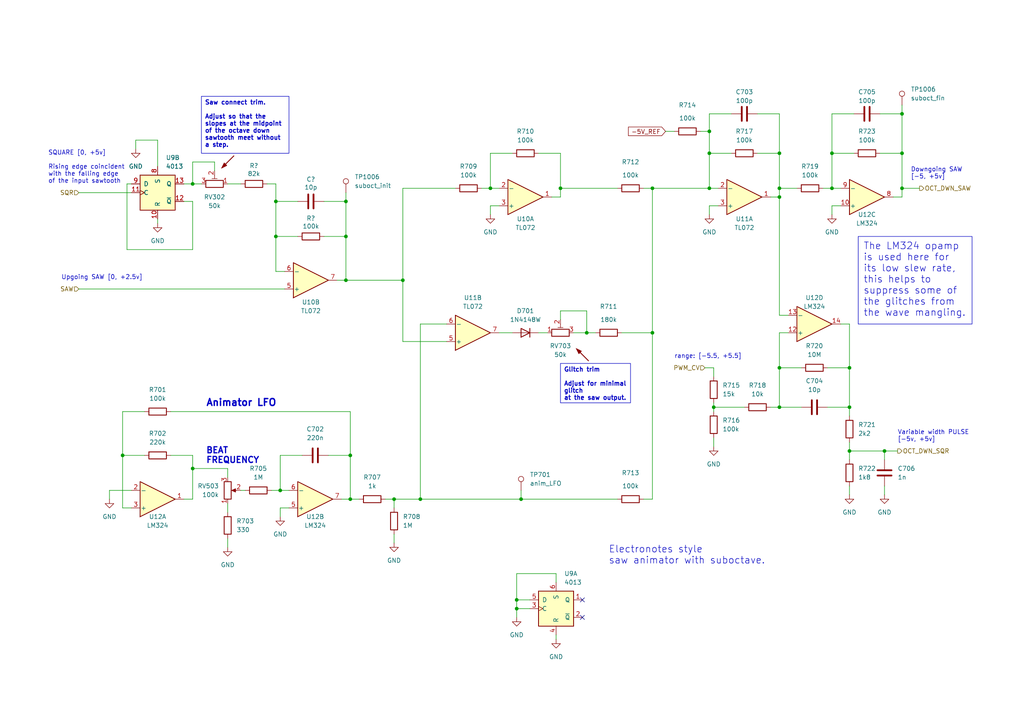
<source format=kicad_sch>
(kicad_sch (version 20230121) (generator eeschema)
  (paper "A4")
  (title_block (title "MICRO-OX Main VCO board") (date "2023-04-12") (rev "0") (comment 2 "creativecommons.org/licenses/by/4.0") (comment 3 "license: CC by 4.0") (comment 4 "Author: Jordan Aceto"))
  (lib_symbols
    (symbol "4xxx:4013" (pin_names (offset 1.016))
      (property "Reference" "U" (at -7.62 8.89 0))
      (property "Value" "4013" (at -7.62 -8.89 0))
      (symbol "4013_1_1"
        (rectangle (start -5.08 5.08) (end 5.08 -5.08) (stroke (width 0.254)) (fill (type background)))
        (pin output line (at 7.62 2.54 180) (length 2.54) (name "Q") (number "1"))
        (pin output line (at 7.62 -2.54 180) (length 2.54) (name "~{Q}") (number "2"))
        (pin input clock (at -7.62 0 0) (length 2.54) (name "C") (number "3"))
        (pin input line (at 0 -7.62 90) (length 2.54) (name "R") (number "4"))
        (pin input line (at -7.62 2.54 0) (length 2.54) (name "D") (number "5"))
        (pin input line (at 0 7.62 270) (length 2.54) (name "S") (number "6"))
      )
      (symbol "4013_2_1"
        (rectangle (start -5.08 5.08) (end 5.08 -5.08) (stroke (width 0.254)) (fill (type background)))
        (pin input line (at 0 -7.62 90) (length 2.54) (name "R") (number "10"))
        (pin input clock (at -7.62 0 0) (length 2.54) (name "C") (number "11"))
        (pin output line (at 7.62 -2.54 180) (length 2.54) (name "~{Q}") (number "12"))
        (pin output line (at 7.62 2.54 180) (length 2.54) (name "Q") (number "13"))
        (pin input line (at 0 7.62 270) (length 2.54) (name "S") (number "8"))
        (pin input line (at -7.62 2.54 0) (length 2.54) (name "D") (number "9"))
      )
      (symbol "4013_3_0"
        (pin power_in line (at 0 10.16 270) (length 2.54) (name "VDD") (number "14"))
        (pin power_in line (at 0 -10.16 90) (length 2.54) (name "VSS") (number "7"))
      )
      (symbol "4013_3_1"
        (rectangle (start -5.08 7.62) (end 5.08 -7.62) (stroke (width 0.254)) (fill (type background)))
      )
    )
    (symbol "Amplifier_Operational:LM324" (pin_names (offset 0.127))
      (property "Reference" "U" (at 0 5.08 0))
      (property "Value" "LM324" (at 0 -5.08 0))
      (symbol "LM324_1_1"
        (polyline (pts (xy -5.08 5.08) (xy 5.08 0) (xy -5.08 -5.08) (xy -5.08 5.08)) (stroke (width 0.254)) (fill (type background)))
        (pin output line (at 7.62 0 180) (length 2.54) (name "~") (number "1"))
        (pin input line (at -7.62 -2.54 0) (length 2.54) (name "-") (number "2"))
        (pin input line (at -7.62 2.54 0) (length 2.54) (name "+") (number "3"))
      )
      (symbol "LM324_2_1"
        (polyline (pts (xy -5.08 5.08) (xy 5.08 0) (xy -5.08 -5.08) (xy -5.08 5.08)) (stroke (width 0.254)) (fill (type background)))
        (pin input line (at -7.62 2.54 0) (length 2.54) (name "+") (number "5"))
        (pin input line (at -7.62 -2.54 0) (length 2.54) (name "-") (number "6"))
        (pin output line (at 7.62 0 180) (length 2.54) (name "~") (number "7"))
      )
      (symbol "LM324_3_1"
        (polyline (pts (xy -5.08 5.08) (xy 5.08 0) (xy -5.08 -5.08) (xy -5.08 5.08)) (stroke (width 0.254)) (fill (type background)))
        (pin input line (at -7.62 2.54 0) (length 2.54) (name "+") (number "10"))
        (pin output line (at 7.62 0 180) (length 2.54) (name "~") (number "8"))
        (pin input line (at -7.62 -2.54 0) (length 2.54) (name "-") (number "9"))
      )
      (symbol "LM324_4_1"
        (polyline (pts (xy -5.08 5.08) (xy 5.08 0) (xy -5.08 -5.08) (xy -5.08 5.08)) (stroke (width 0.254)) (fill (type background)))
        (pin input line (at -7.62 2.54 0) (length 2.54) (name "+") (number "12"))
        (pin input line (at -7.62 -2.54 0) (length 2.54) (name "-") (number "13"))
        (pin output line (at 7.62 0 180) (length 2.54) (name "~") (number "14"))
      )
      (symbol "LM324_5_1"
        (pin power_in line (at -2.54 -7.62 90) (length 3.81) (name "V-") (number "11"))
        (pin power_in line (at -2.54 7.62 270) (length 3.81) (name "V+") (number "4"))
      )
    )
    (symbol "Amplifier_Operational:TL072" (pin_names (offset 0.127))
      (property "Reference" "U" (at 0 5.08 0))
      (property "Value" "TL072" (at 0 -5.08 0))
      (symbol "TL072_1_1"
        (polyline (pts (xy -5.08 5.08) (xy 5.08 0) (xy -5.08 -5.08) (xy -5.08 5.08)) (stroke (width 0.254)) (fill (type background)))
        (pin output line (at 7.62 0 180) (length 2.54) (name "~") (number "1"))
        (pin input line (at -7.62 -2.54 0) (length 2.54) (name "-") (number "2"))
        (pin input line (at -7.62 2.54 0) (length 2.54) (name "+") (number "3"))
      )
      (symbol "TL072_2_1"
        (polyline (pts (xy -5.08 5.08) (xy 5.08 0) (xy -5.08 -5.08) (xy -5.08 5.08)) (stroke (width 0.254)) (fill (type background)))
        (pin input line (at -7.62 2.54 0) (length 2.54) (name "+") (number "5"))
        (pin input line (at -7.62 -2.54 0) (length 2.54) (name "-") (number "6"))
        (pin output line (at 7.62 0 180) (length 2.54) (name "~") (number "7"))
      )
      (symbol "TL072_3_1"
        (pin power_in line (at -2.54 -7.62 90) (length 3.81) (name "V-") (number "4"))
        (pin power_in line (at -2.54 7.62 270) (length 3.81) (name "V+") (number "8"))
      )
    )
    (symbol "Connector:TestPoint" (pin_numbers hide) (pin_names (offset 0.762) hide)
      (property "Reference" "TP" (at 0 6.858 0))
      (property "Value" "TestPoint" (at 0 5.08 0))
      (symbol "TestPoint_0_1"
        (circle (center 0 3.302) (radius 0.762))
      )
      (symbol "TestPoint_1_1"
        (pin passive line (at 0 0 90) (length 2.54) (name "1") (number "1"))
      )
    )
    (symbol "Device:C" (pin_numbers hide) (pin_names (offset 0.254))
      (property "Reference" "C" (at 0.635 2.54 0))
      (property "Value" "C" (at 0.635 -2.54 0))
      (symbol "C_0_1"
        (polyline (pts (xy -2.032 -0.762) (xy 2.032 -0.762)) (stroke (width 0.508)))
        (polyline (pts (xy -2.032 0.762) (xy 2.032 0.762)) (stroke (width 0.508)))
      )
      (symbol "C_1_1"
        (pin passive line (at 0 3.81 270) (length 2.794) (name "~") (number "1"))
        (pin passive line (at 0 -3.81 90) (length 2.794) (name "~") (number "2"))
      )
    )
    (symbol "Device:R" (pin_numbers hide) (pin_names (offset 0))
      (property "Reference" "R" (at 2.032 0 90))
      (property "Value" "R" (at 0 0 90))
      (symbol "R_0_1"
        (rectangle (start -1.016 -2.54) (end 1.016 2.54) (stroke (width 0.254)))
      )
      (symbol "R_1_1"
        (pin passive line (at 0 3.81 270) (length 1.27) (name "~") (number "1"))
        (pin passive line (at 0 -3.81 90) (length 1.27) (name "~") (number "2"))
      )
    )
    (symbol "Device:R_Potentiometer" (pin_names (offset 1.016) hide)
      (property "Reference" "RV" (at -4.445 0 90))
      (property "Value" "R_Potentiometer" (at -2.54 0 90))
      (symbol "R_Potentiometer_0_1"
        (polyline (pts (xy 2.54 0) (xy 1.524 0)))
        (polyline (pts (xy 1.143 0) (xy 2.286 0.508) (xy 2.286 -0.508) (xy 1.143 0)) (fill (type outline)))
        (rectangle (start 1.016 2.54) (end -1.016 -2.54) (stroke (width 0.254)))
      )
      (symbol "R_Potentiometer_1_1"
        (pin passive line (at 0 3.81 270) (length 1.27) (name "1") (number "1"))
        (pin passive line (at 3.81 0 180) (length 1.27) (name "2") (number "2"))
        (pin passive line (at 0 -3.81 90) (length 1.27) (name "3") (number "3"))
      )
    )
    (symbol "Device:R_Potentiometer_Trim" (pin_names (offset 1.016) hide)
      (property "Reference" "RV" (at -4.445 0 90))
      (property "Value" "R_Potentiometer_Trim" (at -2.54 0 90))
      (symbol "R_Potentiometer_Trim_0_1"
        (polyline (pts (xy 1.524 0.762) (xy 1.524 -0.762)))
        (polyline (pts (xy 2.54 0) (xy 1.524 0)))
        (rectangle (start 1.016 2.54) (end -1.016 -2.54) (stroke (width 0.254)))
      )
      (symbol "R_Potentiometer_Trim_1_1"
        (pin passive line (at 0 3.81 270) (length 1.27) (name "1") (number "1"))
        (pin passive line (at 3.81 0 180) (length 1.27) (name "2") (number "2"))
        (pin passive line (at 0 -3.81 90) (length 1.27) (name "3") (number "3"))
      )
    )
    (symbol "Diode:1N4148W" (pin_numbers hide) (pin_names hide)
      (property "Reference" "D" (at 0 2.54 0))
      (property "Value" "1N4148W" (at 0 -2.54 0))
      (symbol "1N4148W_0_1"
        (polyline (pts (xy -1.27 1.27) (xy -1.27 -1.27)) (stroke (width 0.254)))
        (polyline (pts (xy 1.27 0) (xy -1.27 0)))
        (polyline (pts (xy 1.27 1.27) (xy 1.27 -1.27) (xy -1.27 0) (xy 1.27 1.27)) (stroke (width 0.254)))
      )
      (symbol "1N4148W_1_1"
        (pin passive line (at -3.81 0 0) (length 2.54) (name "K") (number "1"))
        (pin passive line (at 3.81 0 180) (length 2.54) (name "A") (number "2"))
      )
    )
    (symbol "Graphic:SYM_Arrow45_Normal" (in_bom no) (on_board no)
      (symbol "SYM_Arrow45_Normal_0_1"
        (polyline (pts (xy 1.524 -1.524) (xy -1.778 1.778)) (stroke (width 0.254)))
        (polyline (pts (xy 1.778 -1.778) (xy 0.254 -1.016) (xy 1.016 -0.254) (xy 1.778 -1.778)) (fill (type outline)))
      )
    )
    (symbol "power:GND" (power) (pin_names (offset 0))
      (property "Value" "GND" (at 0 -3.81 0))
      (symbol "GND_0_1"
        (polyline (pts (xy 0 0) (xy 0 -1.27) (xy 1.27 -1.27) (xy 0 -2.54) (xy -1.27 -1.27) (xy 0 -1.27)))
      )
      (symbol "GND_1_1"
        (pin power_in line (at 0 0 270) (length 0) hide (name "GND") (number "1"))
      )
    )
  )
  (junction (at 116.84 81.28))
  (junction (at 205.74 38.1))
  (junction (at 205.74 54.61))
  (junction (at 261.62 44.45))
  (junction (at 80.01 58.42))
  (junction (at 101.6 132.08))
  (junction (at 189.23 96.52))
  (junction (at 226.06 106.68))
  (junction (at 100.33 68.58))
  (junction (at 149.86 176.53))
  (junction (at 226.06 57.15))
  (junction (at 246.38 106.68))
  (junction (at 256.54 130.81))
  (junction (at 149.86 173.99))
  (junction (at 189.23 54.61))
  (junction (at 246.38 118.11))
  (junction (at 246.38 130.81))
  (junction (at 170.18 96.52))
  (junction (at 35.56 132.08))
  (junction (at 114.3 144.78))
  (junction (at 81.28 142.24))
  (junction (at 151.13 144.78))
  (junction (at 100.33 58.42))
  (junction (at 261.62 33.02))
  (junction (at 226.06 54.61))
  (junction (at 55.88 135.89))
  (junction (at 121.92 144.78))
  (junction (at 142.24 54.61))
  (junction (at 207.01 118.11))
  (junction (at 162.56 54.61))
  (junction (at 205.74 44.45))
  (junction (at 55.88 53.34))
  (junction (at 100.33 81.28))
  (junction (at 241.3 44.45))
  (junction (at 261.62 54.61))
  (junction (at 80.01 68.58))
  (junction (at 241.3 54.61))
  (junction (at 101.6 144.78))
  (junction (at 226.06 118.11))
  (junction (at 226.06 44.45))
  (no_connect (at 168.91 173.99))
  (no_connect (at 168.91 179.07))
  (wire (pts (xy 219.71 44.45) (xy 226.06 44.45)))
  (wire (pts (xy 256.54 130.81) (xy 256.54 133.35)))
  (wire (pts (xy 151.13 144.78) (xy 179.07 144.78)))
  (wire (pts (xy 161.29 166.37) (xy 149.86 166.37)))
  (wire (pts (xy 170.18 96.52) (xy 170.18 90.17)))
  (wire (pts (xy 116.84 99.06) (xy 129.54 99.06)))
  (wire (pts (xy 151.13 142.24) (xy 151.13 144.78)))
  (wire (pts (xy 223.52 57.15) (xy 226.06 57.15)))
  (wire (pts (xy 41.91 132.08) (xy 35.56 132.08)))
  (wire (pts (xy 246.38 93.98) (xy 246.38 106.68)))
  (wire (pts (xy 226.06 91.44) (xy 228.6 91.44)))
  (wire (pts (xy 101.6 132.08) (xy 101.6 119.38)))
  (wire (pts (xy 149.86 176.53) (xy 153.67 176.53)))
  (wire (pts (xy 55.88 132.08) (xy 49.53 132.08)))
  (wire (pts (xy 86.36 68.58) (xy 80.01 68.58)))
  (wire (pts (xy 55.88 58.42) (xy 53.34 58.42)))
  (wire (pts (xy 193.04 38.1) (xy 195.58 38.1)))
  (wire (pts (xy 189.23 54.61) (xy 205.74 54.61)))
  (wire (pts (xy 62.23 49.53) (xy 62.23 46.99)))
  (wire (pts (xy 231.14 54.61) (xy 226.06 54.61)))
  (wire (pts (xy 142.24 54.61) (xy 144.78 54.61)))
  (wire (pts (xy 162.56 54.61) (xy 162.56 57.15)))
  (wire (pts (xy 226.06 57.15) (xy 226.06 91.44)))
  (wire (pts (xy 226.06 106.68) (xy 232.41 106.68)))
  (wire (pts (xy 114.3 147.32) (xy 114.3 144.78)))
  (wire (pts (xy 101.6 132.08) (xy 101.6 144.78)))
  (wire (pts (xy 162.56 44.45) (xy 162.56 54.61)))
  (wire (pts (xy 55.88 72.39) (xy 55.88 58.42)))
  (wire (pts (xy 241.3 44.45) (xy 247.65 44.45)))
  (wire (pts (xy 101.6 132.08) (xy 95.25 132.08)))
  (wire (pts (xy 49.53 119.38) (xy 101.6 119.38)))
  (wire (pts (xy 189.23 144.78) (xy 189.23 96.52)))
  (wire (pts (xy 101.6 144.78) (xy 104.14 144.78)))
  (wire (pts (xy 261.62 44.45) (xy 255.27 44.45)))
  (wire (pts (xy 35.56 119.38) (xy 35.56 132.08)))
  (wire (pts (xy 161.29 185.42) (xy 161.29 184.15)))
  (wire (pts (xy 114.3 144.78) (xy 111.76 144.78)))
  (wire (pts (xy 241.3 54.61) (xy 243.84 54.61)))
  (wire (pts (xy 36.83 72.39) (xy 55.88 72.39)))
  (wire (pts (xy 38.1 53.34) (xy 36.83 53.34)))
  (wire (pts (xy 66.04 148.59) (xy 66.04 146.05)))
  (wire (pts (xy 205.74 54.61) (xy 205.74 44.45)))
  (wire (pts (xy 66.04 135.89) (xy 55.88 135.89)))
  (wire (pts (xy 116.84 54.61) (xy 132.08 54.61)))
  (wire (pts (xy 66.04 156.21) (xy 66.04 158.75)))
  (wire (pts (xy 205.74 38.1) (xy 205.74 44.45)))
  (wire (pts (xy 261.62 30.48) (xy 261.62 33.02)))
  (wire (pts (xy 55.88 132.08) (xy 55.88 135.89)))
  (wire (pts (xy 100.33 55.88) (xy 100.33 58.42)))
  (wire (pts (xy 170.18 90.17) (xy 162.56 90.17)))
  (wire (pts (xy 207.01 118.11) (xy 207.01 119.38)))
  (wire (pts (xy 170.18 96.52) (xy 172.72 96.52)))
  (wire (pts (xy 238.76 54.61) (xy 241.3 54.61)))
  (wire (pts (xy 80.01 68.58) (xy 80.01 78.74)))
  (wire (pts (xy 261.62 54.61) (xy 261.62 57.15)))
  (wire (pts (xy 161.29 168.91) (xy 161.29 166.37)))
  (wire (pts (xy 205.74 54.61) (xy 208.28 54.61)))
  (wire (pts (xy 241.3 54.61) (xy 241.3 44.45)))
  (wire (pts (xy 226.06 44.45) (xy 226.06 54.61)))
  (wire (pts (xy 207.01 127) (xy 207.01 129.54)))
  (wire (pts (xy 116.84 54.61) (xy 116.84 81.28)))
  (wire (pts (xy 232.41 118.11) (xy 226.06 118.11)))
  (wire (pts (xy 149.86 176.53) (xy 149.86 173.99)))
  (wire (pts (xy 246.38 118.11) (xy 240.03 118.11)))
  (wire (pts (xy 100.33 81.28) (xy 116.84 81.28)))
  (wire (pts (xy 55.88 53.34) (xy 58.42 53.34)))
  (wire (pts (xy 186.69 144.78) (xy 189.23 144.78)))
  (wire (pts (xy 207.01 118.11) (xy 215.9 118.11)))
  (wire (pts (xy 69.85 142.24) (xy 71.12 142.24)))
  (wire (pts (xy 212.09 33.02) (xy 205.74 33.02)))
  (wire (pts (xy 99.06 144.78) (xy 101.6 144.78)))
  (wire (pts (xy 180.34 96.52) (xy 189.23 96.52)))
  (wire (pts (xy 114.3 144.78) (xy 121.92 144.78)))
  (wire (pts (xy 149.86 173.99) (xy 153.67 173.99)))
  (wire (pts (xy 240.03 106.68) (xy 246.38 106.68)))
  (wire (pts (xy 156.21 96.52) (xy 158.75 96.52)))
  (wire (pts (xy 22.86 83.82) (xy 82.55 83.82)))
  (wire (pts (xy 261.62 54.61) (xy 266.7 54.61)))
  (wire (pts (xy 93.98 68.58) (xy 100.33 68.58)))
  (wire (pts (xy 219.71 33.02) (xy 226.06 33.02)))
  (wire (pts (xy 255.27 33.02) (xy 261.62 33.02)))
  (wire (pts (xy 162.56 44.45) (xy 156.21 44.45)))
  (wire (pts (xy 261.62 44.45) (xy 261.62 54.61)))
  (wire (pts (xy 100.33 68.58) (xy 100.33 58.42)))
  (wire (pts (xy 139.7 54.61) (xy 142.24 54.61)))
  (wire (pts (xy 243.84 93.98) (xy 246.38 93.98)))
  (wire (pts (xy 35.56 132.08) (xy 35.56 147.32)))
  (wire (pts (xy 223.52 118.11) (xy 226.06 118.11)))
  (wire (pts (xy 226.06 54.61) (xy 226.06 57.15)))
  (wire (pts (xy 226.06 118.11) (xy 226.06 106.68)))
  (wire (pts (xy 189.23 54.61) (xy 189.23 96.52)))
  (wire (pts (xy 66.04 53.34) (xy 69.85 53.34)))
  (wire (pts (xy 149.86 176.53) (xy 149.86 179.07)))
  (wire (pts (xy 62.23 46.99) (xy 55.88 46.99)))
  (wire (pts (xy 241.3 59.69) (xy 243.84 59.69)))
  (wire (pts (xy 81.28 132.08) (xy 87.63 132.08)))
  (wire (pts (xy 162.56 54.61) (xy 179.07 54.61)))
  (wire (pts (xy 80.01 58.42) (xy 86.36 58.42)))
  (wire (pts (xy 82.55 78.74) (xy 80.01 78.74)))
  (wire (pts (xy 39.37 43.18) (xy 39.37 40.64)))
  (wire (pts (xy 81.28 142.24) (xy 81.28 132.08)))
  (wire (pts (xy 22.86 55.88) (xy 38.1 55.88)))
  (wire (pts (xy 45.72 64.77) (xy 45.72 63.5)))
  (wire (pts (xy 53.34 144.78) (xy 55.88 144.78)))
  (wire (pts (xy 256.54 130.81) (xy 260.35 130.81)))
  (wire (pts (xy 144.78 96.52) (xy 148.59 96.52)))
  (wire (pts (xy 80.01 53.34) (xy 80.01 58.42)))
  (wire (pts (xy 166.37 96.52) (xy 170.18 96.52)))
  (wire (pts (xy 246.38 106.68) (xy 246.38 118.11)))
  (wire (pts (xy 246.38 130.81) (xy 256.54 130.81)))
  (wire (pts (xy 186.69 54.61) (xy 189.23 54.61)))
  (wire (pts (xy 246.38 118.11) (xy 246.38 120.65)))
  (wire (pts (xy 55.88 135.89) (xy 55.88 144.78)))
  (wire (pts (xy 247.65 33.02) (xy 241.3 33.02)))
  (wire (pts (xy 81.28 142.24) (xy 83.82 142.24)))
  (wire (pts (xy 53.34 53.34) (xy 55.88 53.34)))
  (wire (pts (xy 100.33 58.42) (xy 93.98 58.42)))
  (wire (pts (xy 205.74 44.45) (xy 212.09 44.45)))
  (wire (pts (xy 205.74 59.69) (xy 208.28 59.69)))
  (wire (pts (xy 241.3 33.02) (xy 241.3 44.45)))
  (wire (pts (xy 142.24 44.45) (xy 148.59 44.45)))
  (wire (pts (xy 31.75 142.24) (xy 38.1 142.24)))
  (wire (pts (xy 45.72 40.64) (xy 45.72 48.26)))
  (wire (pts (xy 207.01 106.68) (xy 207.01 109.22)))
  (wire (pts (xy 226.06 96.52) (xy 228.6 96.52)))
  (wire (pts (xy 66.04 138.43) (xy 66.04 135.89)))
  (wire (pts (xy 78.74 142.24) (xy 81.28 142.24)))
  (wire (pts (xy 121.92 144.78) (xy 151.13 144.78)))
  (wire (pts (xy 100.33 68.58) (xy 100.33 81.28)))
  (wire (pts (xy 205.74 62.23) (xy 205.74 59.69)))
  (wire (pts (xy 261.62 33.02) (xy 261.62 44.45)))
  (wire (pts (xy 142.24 54.61) (xy 142.24 44.45)))
  (wire (pts (xy 203.2 38.1) (xy 205.74 38.1)))
  (wire (pts (xy 142.24 62.23) (xy 142.24 59.69)))
  (wire (pts (xy 207.01 116.84) (xy 207.01 118.11)))
  (wire (pts (xy 116.84 81.28) (xy 116.84 99.06)))
  (wire (pts (xy 226.06 33.02) (xy 226.06 44.45)))
  (wire (pts (xy 41.91 119.38) (xy 35.56 119.38)))
  (wire (pts (xy 121.92 93.98) (xy 121.92 144.78)))
  (wire (pts (xy 256.54 140.97) (xy 256.54 143.51)))
  (wire (pts (xy 35.56 147.32) (xy 38.1 147.32)))
  (wire (pts (xy 36.83 53.34) (xy 36.83 72.39)))
  (wire (pts (xy 160.02 57.15) (xy 162.56 57.15)))
  (wire (pts (xy 205.74 33.02) (xy 205.74 38.1)))
  (wire (pts (xy 80.01 58.42) (xy 80.01 68.58)))
  (wire (pts (xy 129.54 93.98) (xy 121.92 93.98)))
  (wire (pts (xy 246.38 140.97) (xy 246.38 143.51)))
  (wire (pts (xy 81.28 147.32) (xy 83.82 147.32)))
  (wire (pts (xy 162.56 90.17) (xy 162.56 92.71)))
  (wire (pts (xy 241.3 62.23) (xy 241.3 59.69)))
  (wire (pts (xy 81.28 149.86) (xy 81.28 147.32)))
  (wire (pts (xy 259.08 57.15) (xy 261.62 57.15)))
  (wire (pts (xy 77.47 53.34) (xy 80.01 53.34)))
  (wire (pts (xy 39.37 40.64) (xy 45.72 40.64)))
  (wire (pts (xy 97.79 81.28) (xy 100.33 81.28)))
  (wire (pts (xy 114.3 154.94) (xy 114.3 157.48)))
  (wire (pts (xy 226.06 96.52) (xy 226.06 106.68)))
  (wire (pts (xy 204.47 106.68) (xy 207.01 106.68)))
  (wire (pts (xy 246.38 128.27) (xy 246.38 130.81)))
  (wire (pts (xy 55.88 46.99) (xy 55.88 53.34)))
  (wire (pts (xy 31.75 144.78) (xy 31.75 142.24)))
  (wire (pts (xy 149.86 166.37) (xy 149.86 173.99)))
  (wire (pts (xy 142.24 59.69) (xy 144.78 59.69)))
  (wire (pts (xy 246.38 133.35) (xy 246.38 130.81)))
  (text_box "Saw connect trim.\n\nAdjust so that the slopes at the midpoint of the octave down sawtooth meet without a step." (at 58.42 27.94 0) (size 25.4 16.51) (effects (font (size 1.27 1.27) (thickness 0.254) bold) (justify left top)))
  (text_box "Glitch trim\n\nAdjust for minimal glitch\nat the saw output." (at 162.56 105.41 0) (size 20.32 11.43) (effects (font (size 1.27 1.27) bold) (justify left top)))
  (text_box "The LM324 opamp is used here for its low slew rate, this helps to suppress some of the glitches from the wave mangling." (at 248.92 68.58 0) (size 33.02 25.4) (effects (font (size 2 2)) (justify left top)))
  (text "Variable width PULSE\n[-5v, +5v]" (at 260.35 128.27 0) (effects (font (size 1.27 1.27)) (justify left bottom)))
  (text "Animator LFO" (at 59.69 118.11 0) (effects (font (size 2 2) (thickness 0.4) bold) (justify left bottom)))
  (text "range: [-5.5, +5.5]" (at 195.58 104.14 0) (effects (font (size 1.27 1.27)) (justify left bottom)))
  (text "BEAT\nFREQUENCY" (at 59.69 134.62 0) (effects (font (size 1.75 1.75) (thickness 0.35) bold) (justify left bottom)))
  (text "Upgoing SAW [0, +2.5v]" (at 17.78 81.28 0) (effects (font (size 1.27 1.27)) (justify left bottom)))
  (text "Electronotes style\nsaw animator with suboctave." (at 176.53 163.83 0) (effects (font (size 2 2)) (justify left bottom)))
  (text "Downgoing SAW\n[-5, +5v]" (at 264.16 52.07 0) (effects (font (size 1.27 1.27)) (justify left bottom)))
  (text "SQUARE [0, +5v]\n\nRising edge coincident\nwith the falling edge\nof the input sawtooth" (at 13.97 53.34 0) (effects (font (size 1.27 1.27)) (justify left bottom)))
  (global_label "-5V_REF" (shape input) (at 193.04 38.1 180) (property "Intersheetrefs" "${INTERSHEET_REFS}" (effects hide)))
  (hierarchical_label "OCT_DWN_SAW" (shape output) (at 266.7 54.61 0))
  (hierarchical_label "OCT_DWN_SQR" (shape output) (at 260.35 130.81 0))
  (hierarchical_label "PWM_CV" (shape input) (at 204.47 106.68 180))
  (hierarchical_label "SAW" (shape input) (at 22.86 83.82 180))
  (hierarchical_label "SQR" (shape input) (at 22.86 55.88 180))
  (symbol (lib_id "Device:R") (at 182.88 144.78 270) (mirror x) (unit 1)
    (property "Reference" "R713" (at 182.88 137.16 90))
    (property "Value" "100k" (at 182.88 140.97 90))
    (property "Footprint" "Resistor_SMD:R_0603_1608Metric" (effects hide))
  )
  (symbol (lib_id "Device:R") (at 107.95 144.78 90) (unit 1)
    (property "Reference" "R707" (at 107.95 138.43 90))
    (property "Value" "1k" (at 107.95 140.97 90))
    (property "Footprint" "Resistor_SMD:R_0603_1608Metric" (effects hide))
  )
  (symbol (lib_id "Amplifier_Operational:LM324") (at 251.46 57.15 0) (mirror x) (unit 3)
    (property "Reference" "U12" (at 251.46 62.23 0))
    (property "Value" "LM324" (at 251.46 64.77 0))
    (property "Footprint" "Package_SO:SOIC-14_3.9x8.7mm_P1.27mm" (effects hide))
    (property "Datasheet" "http://www.ti.com/lit/ds/symlink/lm2902-n.pdf" (effects hide))
  )
  (symbol (lib_id "Device:R") (at 73.66 53.34 270) (unit 1)
    (property "Reference" "R?" (at 73.66 48.0822 90))
    (property "Value" "82k" (at 73.66 50.3936 90))
    (property "Footprint" "Resistor_SMD:R_0603_1608Metric" (effects hide))
    (instances (project "main_VCO_board" (path "" (reference "R?") (unit 1)) (path "" (reference "R?") (unit 1)) (path "" (reference "R704") (unit 1))))
  )
  (symbol (lib_id "4xxx:4013") (at 161.29 176.53 0) (unit 1)
    (property "Reference" "U9" (at 163.6635 166.37 0) (effects (justify left)))
    (property "Value" "4013" (at 163.6635 168.91 0) (effects (justify left)))
    (property "Footprint" "Package_SO:SOIC-14_3.9x8.7mm_P1.27mm" (effects hide))
    (property "Datasheet" "http://www.onsemi.com/pub/Collateral/MC14013B-D.PDF" (effects hide))
  )
  (symbol (lib_id "Amplifier_Operational:TL072") (at 152.4 57.15 0) (mirror x) (unit 1)
    (property "Reference" "U10" (at 152.4 63.5 0))
    (property "Value" "TL072" (at 152.4 66.04 0))
    (property "Footprint" "Package_SO:SOIC-8_3.9x4.9mm_P1.27mm" (effects hide))
    (property "Datasheet" "http://www.ti.com/lit/ds/symlink/tl071.pdf" (effects hide))
  )
  (symbol (lib_id "Device:R") (at 199.39 38.1 90) (unit 1)
    (property "Reference" "R714" (at 199.39 30.48 90))
    (property "Value" "100k" (at 199.39 34.29 90))
    (property "Footprint" "Resistor_SMD:R_0603_1608Metric" (effects hide))
  )
  (symbol (lib_id "Device:R") (at 176.53 96.52 90) (unit 1)
    (property "Reference" "R711" (at 176.53 88.9 90))
    (property "Value" "180k" (at 176.53 92.71 90))
    (property "Footprint" "Resistor_SMD:R_0603_1608Metric" (effects hide))
  )
  (symbol (lib_id "Connector:TestPoint") (at 261.62 30.48 0) (unit 1) (in_bom no)
    (property "Reference" "TP1006" (at 264.16 25.908 0) (effects (justify left)))
    (property "Value" "suboct_fin" (at 264.16 28.448 0) (effects (justify left)))
    (property "Footprint" "TestPoint:TestPoint_Keystone_5000-5004_Miniature" (effects hide))
    (instances (project "main_VCO_board" (path "" (reference "TP1006") (unit 1)) (path "" (reference "TP703") (unit 1))))
  )
  (symbol (lib_id "power:GND") (at 31.75 144.78 0) (unit 1)
    (property "Reference" "#PWR0701" (effects hide))
    (property "Value" "GND" (at 31.75 149.86 0))
  )
  (symbol (lib_id "Device:R") (at 45.72 132.08 90) (unit 1)
    (property "Reference" "R702" (at 45.72 125.73 90))
    (property "Value" "220k" (at 45.72 128.27 90))
    (property "Footprint" "Resistor_SMD:R_0603_1608Metric" (effects hide))
  )
  (symbol (lib_id "Amplifier_Operational:LM324") (at 236.22 93.98 0) (mirror x) (unit 4)
    (property "Reference" "U12" (at 236.22 86.36 0))
    (property "Value" "LM324" (at 236.22 88.9 0))
    (property "Footprint" "Package_SO:SOIC-14_3.9x8.7mm_P1.27mm" (effects hide))
    (property "Datasheet" "http://www.ti.com/lit/ds/symlink/lm2902-n.pdf" (effects hide))
  )
  (symbol (lib_id "Device:R") (at 236.22 106.68 90) (mirror x) (unit 1)
    (property "Reference" "R720" (at 236.22 100.33 90))
    (property "Value" "10M" (at 236.22 102.87 90))
    (property "Footprint" "Resistor_SMD:R_0603_1608Metric" (effects hide))
  )
  (symbol (lib_id "Amplifier_Operational:TL072") (at 137.16 96.52 0) (mirror x) (unit 2)
    (property "Reference" "U11" (at 137.16 86.36 0))
    (property "Value" "TL072" (at 137.16 88.9 0))
    (property "Footprint" "Package_SO:SOIC-8_3.9x4.9mm_P1.27mm" (effects hide))
    (property "Datasheet" "http://www.ti.com/lit/ds/symlink/tl071.pdf" (effects hide))
  )
  (symbol (lib_id "Device:R") (at 207.01 113.03 180) (unit 1)
    (property "Reference" "R715" (at 209.55 111.76 0) (effects (justify right)))
    (property "Value" "15k" (at 209.55 114.3 0) (effects (justify right)))
    (property "Footprint" "Resistor_SMD:R_0603_1608Metric" (effects hide))
  )
  (symbol (lib_id "Device:R") (at 246.38 124.46 180) (unit 1)
    (property "Reference" "R721" (at 248.92 123.19 0) (effects (justify right)))
    (property "Value" "2k2" (at 248.92 125.73 0) (effects (justify right)))
    (property "Footprint" "Resistor_SMD:R_0603_1608Metric" (effects hide))
  )
  (symbol (lib_id "power:GND") (at 149.86 179.07 0) (unit 1)
    (property "Reference" "#PWR0708" (effects hide))
    (property "Value" "GND" (at 149.86 184.15 0))
  )
  (symbol (lib_id "Device:C") (at 236.22 118.11 90) (mirror x) (unit 1)
    (property "Reference" "C704" (at 236.22 110.49 90))
    (property "Value" "10p" (at 236.22 113.03 90))
    (property "Footprint" "Capacitor_SMD:C_0603_1608Metric" (effects hide))
  )
  (symbol (lib_id "Graphic:SYM_Arrow45_Normal") (at 168.91 102.87 180) (unit 1) (in_bom no) (on_board no)
    (property "Reference" "#SYM702" (effects hide))
    (property "Value" "SYM_Arrow45_Normal" (effects hide))
    (property "Sim.Enable" "0" (effects hide))
  )
  (symbol (lib_id "Device:R") (at 90.17 68.58 270) (unit 1)
    (property "Reference" "R?" (at 90.17 63.3222 90))
    (property "Value" "100k" (at 90.17 65.6336 90))
    (property "Footprint" "Resistor_SMD:R_0603_1608Metric" (effects hide))
    (instances (project "main_VCO_board" (path "" (reference "R?") (unit 1)) (path "" (reference "R?") (unit 1)) (path "" (reference "R706") (unit 1))))
  )
  (symbol (lib_id "Device:R_Potentiometer_Trim") (at 62.23 53.34 270) (mirror x) (unit 1)
    (property "Reference" "RV302" (at 62.23 57.15 90))
    (property "Value" "50k" (at 62.23 59.69 90))
    (property "Footprint" "Potentiometer_THT:Potentiometer_Bourns_3296W_Vertical" (effects hide))
    (instances (project "main_VCO_board" (path "" (reference "RV302") (unit 1)) (path "" (reference "RV?") (unit 1)) (path "" (reference "RV701") (unit 1))))
  )
  (symbol (lib_id "power:GND") (at 142.24 62.23 0) (unit 1)
    (property "Reference" "#PWR0707" (effects hide))
    (property "Value" "GND" (at 142.24 67.31 0))
  )
  (symbol (lib_id "Device:C") (at 91.44 132.08 90) (unit 1)
    (property "Reference" "C702" (at 91.44 124.46 90))
    (property "Value" "220n" (at 91.44 127 90))
    (property "Footprint" "Capacitor_THT:C_Rect_L7.0mm_W2.5mm_P5.00mm" (effects hide))
  )
  (symbol (lib_id "Device:R") (at 182.88 54.61 90) (unit 1)
    (property "Reference" "R712" (at 182.88 46.99 90))
    (property "Value" "100k" (at 182.88 50.8 90))
    (property "Footprint" "Resistor_SMD:R_0603_1608Metric" (effects hide))
  )
  (symbol (lib_id "Device:R") (at 74.93 142.24 90) (unit 1)
    (property "Reference" "R705" (at 74.93 135.89 90))
    (property "Value" "1M" (at 74.93 138.43 90))
    (property "Footprint" "Resistor_SMD:R_0603_1608Metric" (effects hide))
  )
  (symbol (lib_id "Amplifier_Operational:TL072") (at 215.9 57.15 0) (mirror x) (unit 1)
    (property "Reference" "U11" (at 215.9 63.5 0))
    (property "Value" "TL072" (at 215.9 66.04 0))
    (property "Footprint" "Package_SO:SOIC-8_3.9x4.9mm_P1.27mm" (effects hide))
    (property "Datasheet" "http://www.ti.com/lit/ds/symlink/tl071.pdf" (effects hide))
  )
  (symbol (lib_id "Device:C") (at 215.9 33.02 270) (unit 1)
    (property "Reference" "C703" (at 215.9 26.67 90))
    (property "Value" "100p" (at 215.9 29.21 90))
    (property "Footprint" "Capacitor_SMD:C_0603_1608Metric" (effects hide))
  )
  (symbol (lib_id "Device:R") (at 246.38 137.16 180) (unit 1)
    (property "Reference" "R722" (at 248.92 135.89 0) (effects (justify right)))
    (property "Value" "1k8" (at 248.92 138.43 0) (effects (justify right)))
    (property "Footprint" "Resistor_SMD:R_0603_1608Metric" (effects hide))
  )
  (symbol (lib_id "Device:R") (at 45.72 119.38 90) (unit 1)
    (property "Reference" "R701" (at 45.72 113.03 90))
    (property "Value" "100k" (at 45.72 115.57 90))
    (property "Footprint" "Resistor_SMD:R_0603_1608Metric" (effects hide))
  )
  (symbol (lib_id "Device:C") (at 256.54 137.16 180) (unit 1)
    (property "Reference" "C706" (at 260.35 135.89 0) (effects (justify right)))
    (property "Value" "1n" (at 260.35 138.43 0) (effects (justify right)))
    (property "Footprint" "Capacitor_SMD:C_0603_1608Metric" (effects hide))
  )
  (symbol (lib_id "power:GND") (at 207.01 129.54 0) (unit 1)
    (property "Reference" "#PWR0711" (effects hide))
    (property "Value" "GND" (at 207.01 134.62 0))
  )
  (symbol (lib_id "Device:R") (at 234.95 54.61 90) (unit 1)
    (property "Reference" "R719" (at 234.95 48.26 90))
    (property "Value" "100k" (at 234.95 50.8 90))
    (property "Footprint" "Resistor_SMD:R_0603_1608Metric" (effects hide))
  )
  (symbol (lib_id "Amplifier_Operational:LM324") (at 45.72 144.78 0) (mirror x) (unit 1)
    (property "Reference" "U12" (at 45.72 149.86 0))
    (property "Value" "LM324" (at 45.72 152.4 0))
    (property "Footprint" "Package_SO:SOIC-14_3.9x8.7mm_P1.27mm" (effects hide))
    (property "Datasheet" "http://www.ti.com/lit/ds/symlink/lm2902-n.pdf" (effects hide))
  )
  (symbol (lib_id "power:GND") (at 256.54 143.51 0) (unit 1)
    (property "Reference" "#PWR0714" (effects hide))
    (property "Value" "GND" (at 256.54 148.59 0))
  )
  (symbol (lib_id "Device:C") (at 251.46 33.02 270) (unit 1)
    (property "Reference" "C705" (at 251.46 26.67 90))
    (property "Value" "100p" (at 251.46 29.21 90))
    (property "Footprint" "Capacitor_SMD:C_0603_1608Metric" (effects hide))
  )
  (symbol (lib_id "Device:R") (at 152.4 44.45 90) (unit 1)
    (property "Reference" "R710" (at 152.4 38.1 90))
    (property "Value" "100k" (at 152.4 40.64 90))
    (property "Footprint" "Resistor_SMD:R_0603_1608Metric" (effects hide))
  )
  (symbol (lib_id "Device:R") (at 219.71 118.11 90) (unit 1)
    (property "Reference" "R718" (at 219.71 111.76 90))
    (property "Value" "10k" (at 219.71 114.3 90))
    (property "Footprint" "Resistor_SMD:R_0603_1608Metric" (effects hide))
  )
  (symbol (lib_id "Graphic:SYM_Arrow45_Normal") (at 66.04 46.99 270) (unit 1) (in_bom no) (on_board no)
    (property "Reference" "#SYM701" (effects hide))
    (property "Value" "SYM_Arrow45_Normal" (effects hide))
    (property "Sim.Enable" "0" (effects hide))
  )
  (symbol (lib_id "power:GND") (at 39.37 43.18 0) (unit 1)
    (property "Reference" "#PWR0702" (effects hide))
    (property "Value" "GND" (at 39.37 48.26 0))
  )
  (symbol (lib_id "Device:R") (at 66.04 152.4 0) (unit 1)
    (property "Reference" "R703" (at 68.58 151.13 0) (effects (justify left)))
    (property "Value" "330" (at 68.58 153.67 0) (effects (justify left)))
    (property "Footprint" "Resistor_SMD:R_0603_1608Metric" (effects hide))
  )
  (symbol (lib_id "4xxx:4013") (at 45.72 55.88 0) (unit 2)
    (property "Reference" "U9" (at 48.0935 45.72 0) (effects (justify left)))
    (property "Value" "4013" (at 48.0935 48.26 0) (effects (justify left)))
    (property "Footprint" "Package_SO:SOIC-14_3.9x8.7mm_P1.27mm" (effects hide))
    (property "Datasheet" "http://www.onsemi.com/pub/Collateral/MC14013B-D.PDF" (effects hide))
  )
  (symbol (lib_id "Device:R") (at 215.9 44.45 90) (unit 1)
    (property "Reference" "R717" (at 215.9 38.1 90))
    (property "Value" "100k" (at 215.9 40.64 90))
    (property "Footprint" "Resistor_SMD:R_0603_1608Metric" (effects hide))
  )
  (symbol (lib_id "power:GND") (at 114.3 157.48 0) (unit 1)
    (property "Reference" "#PWR0706" (effects hide))
    (property "Value" "GND" (at 114.3 162.56 0))
  )
  (symbol (lib_id "power:GND") (at 66.04 158.75 0) (unit 1)
    (property "Reference" "#PWR0704" (effects hide))
    (property "Value" "GND" (at 66.04 163.83 0))
  )
  (symbol (lib_id "Diode:1N4148W") (at 152.4 96.52 180) (unit 1)
    (property "Reference" "D701" (at 152.4 90.17 0))
    (property "Value" "1N4148W" (at 152.4 92.71 0))
    (property "Footprint" "Diode_SMD:D_SOD-123" (effects hide))
    (property "Datasheet" "https://www.vishay.com/docs/85748/1n4148w.pdf" (effects hide))
    (property "Sim.Device" "D" (effects hide))
    (property "Sim.Pins" "1=K 2=A" (effects hide))
  )
  (symbol (lib_id "Device:R") (at 207.01 123.19 0) (unit 1)
    (property "Reference" "R716" (at 209.55 121.92 0) (effects (justify left)))
    (property "Value" "100k" (at 209.55 124.46 0) (effects (justify left)))
    (property "Footprint" "Resistor_SMD:R_0603_1608Metric" (effects hide))
  )
  (symbol (lib_id "power:GND") (at 241.3 62.23 0) (unit 1)
    (property "Reference" "#PWR0712" (effects hide))
    (property "Value" "GND" (at 241.3 67.31 0))
  )
  (symbol (lib_id "power:GND") (at 161.29 185.42 0) (unit 1)
    (property "Reference" "#PWR0709" (effects hide))
    (property "Value" "GND" (at 161.29 190.5 0))
  )
  (symbol (lib_id "Device:R_Potentiometer") (at 66.04 142.24 0) (mirror x) (unit 1)
    (property "Reference" "RV503" (at 63.5 140.97 0) (effects (justify right)))
    (property "Value" "100k" (at 63.5 143.51 0) (effects (justify right)))
    (property "Footprint" "Potentiometer_THT:Potentiometer_Alpha_RD901F-40-00D_Single_Vertical" (effects hide))
    (instances (project "main_VCO_board" (path "" (reference "RV503") (unit 1)) (path "" (reference "RV?") (unit 1)) (path "" (reference "RV?") (unit 1)) (path "" (reference "RV?") (unit 1)) (path "" (reference "RV?") (unit 1)) (path "" (reference "RV12") (unit 1))))
  )
  (symbol (lib_id "Connector:TestPoint") (at 100.33 55.88 0) (unit 1) (in_bom no)
    (property "Reference" "TP1006" (at 102.87 51.308 0) (effects (justify left)))
    (property "Value" "suboct_init" (at 102.87 53.848 0) (effects (justify left)))
    (property "Footprint" "TestPoint:TestPoint_Keystone_5000-5004_Miniature" (effects hide))
    (instances (project "main_VCO_board" (path "" (reference "TP1006") (unit 1)) (path "" (reference "TP702") (unit 1))))
  )
  (symbol (lib_id "power:GND") (at 45.72 64.77 0) (unit 1)
    (property "Reference" "#PWR0703" (effects hide))
    (property "Value" "GND" (at 45.72 69.85 0))
  )
  (symbol (lib_id "power:GND") (at 246.38 143.51 0) (unit 1)
    (property "Reference" "#PWR0713" (effects hide))
    (property "Value" "GND" (at 246.38 148.59 0))
  )
  (symbol (lib_id "Amplifier_Operational:LM324") (at 91.44 144.78 0) (mirror x) (unit 2)
    (property "Reference" "U12" (at 91.44 149.86 0))
    (property "Value" "LM324" (at 91.44 152.4 0))
    (property "Footprint" "Package_SO:SOIC-14_3.9x8.7mm_P1.27mm" (effects hide))
    (property "Datasheet" "http://www.ti.com/lit/ds/symlink/lm2902-n.pdf" (effects hide))
  )
  (symbol (lib_id "Amplifier_Operational:TL072") (at 90.17 81.28 0) (mirror x) (unit 2)
    (property "Reference" "U10" (at 90.17 87.63 0))
    (property "Value" "TL072" (at 90.17 90.17 0))
    (property "Footprint" "Package_SO:SOIC-8_3.9x4.9mm_P1.27mm" (effects hide))
    (property "Datasheet" "http://www.ti.com/lit/ds/symlink/tl071.pdf" (effects hide))
  )
  (symbol (lib_id "Device:R_Potentiometer_Trim") (at 162.56 96.52 90) (unit 1)
    (property "Reference" "RV703" (at 162.56 100.33 90))
    (property "Value" "50k" (at 162.56 102.87 90))
    (property "Footprint" "Potentiometer_THT:Potentiometer_Bourns_3296W_Vertical" (effects hide))
  )
  (symbol (lib_id "Connector:TestPoint") (at 151.13 142.24 0) (unit 1) (in_bom no)
    (property "Reference" "TP701" (at 153.67 137.6679 0) (effects (justify left)))
    (property "Value" "anim_LFO" (at 153.67 140.2079 0) (effects (justify left)))
    (property "Footprint" "TestPoint:TestPoint_Keystone_5000-5004_Miniature" (effects hide))
  )
  (symbol (lib_id "Device:C") (at 90.17 58.42 270) (unit 1)
    (property "Reference" "C?" (at 90.17 52.0192 90))
    (property "Value" "10p" (at 90.17 54.3306 90))
    (property "Footprint" "Capacitor_SMD:C_0603_1608Metric" (effects hide))
    (instances (project "main_VCO_board" (path "" (reference "C?") (unit 1)) (path "" (reference "C?") (unit 1)) (path "" (reference "C701") (unit 1))))
  )
  (symbol (lib_id "Device:R") (at 251.46 44.45 90) (unit 1)
    (property "Reference" "R723" (at 251.46 38.1 90))
    (property "Value" "100k" (at 251.46 40.64 90))
    (property "Footprint" "Resistor_SMD:R_0603_1608Metric" (effects hide))
  )
  (symbol (lib_id "Device:R") (at 135.89 54.61 90) (unit 1)
    (property "Reference" "R709" (at 135.89 48.26 90))
    (property "Value" "100k" (at 135.89 50.8 90))
    (property "Footprint" "Resistor_SMD:R_0603_1608Metric" (effects hide))
  )
  (symbol (lib_id "Device:R") (at 114.3 151.13 0) (unit 1)
    (property "Reference" "R708" (at 116.84 149.86 0) (effects (justify left)))
    (property "Value" "1M" (at 116.84 152.4 0) (effects (justify left)))
    (property "Footprint" "Resistor_SMD:R_0603_1608Metric" (effects hide))
  )
  (symbol (lib_id "power:GND") (at 81.28 149.86 0) (unit 1)
    (property "Reference" "#PWR0705" (effects hide))
    (property "Value" "GND" (at 81.28 154.94 0))
  )
  (symbol (lib_id "power:GND") (at 205.74 62.23 0) (unit 1)
    (property "Reference" "#PWR0710" (effects hide))
    (property "Value" "GND" (at 205.74 67.31 0))
  )
)
</source>
